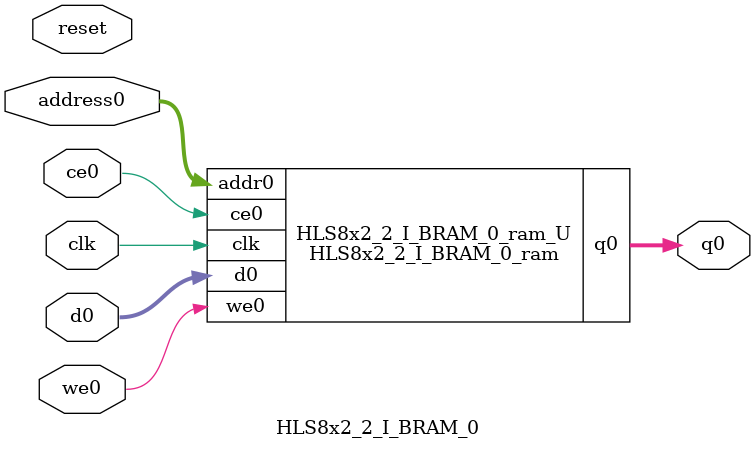
<source format=v>

`timescale 1 ns / 1 ps
module HLS8x2_2_I_BRAM_0_ram (addr0, ce0, d0, we0, q0,  clk);

parameter DWIDTH = 16;
parameter AWIDTH = 10;
parameter MEM_SIZE = 961;

input[AWIDTH-1:0] addr0;
input ce0;
input[DWIDTH-1:0] d0;
input we0;
output reg[DWIDTH-1:0] q0;
input clk;

(* ram_style = "block" *)reg [DWIDTH-1:0] ram[0:MEM_SIZE-1];




always @(posedge clk)  
begin 
    if (ce0) 
    begin
        if (we0) 
        begin 
            ram[addr0] <= d0; 
            q0 <= d0;
        end 
        else 
            q0 <= ram[addr0];
    end
end


endmodule


`timescale 1 ns / 1 ps
module HLS8x2_2_I_BRAM_0(
    reset,
    clk,
    address0,
    ce0,
    we0,
    d0,
    q0);

parameter DataWidth = 32'd16;
parameter AddressRange = 32'd961;
parameter AddressWidth = 32'd10;
input reset;
input clk;
input[AddressWidth - 1:0] address0;
input ce0;
input we0;
input[DataWidth - 1:0] d0;
output[DataWidth - 1:0] q0;



HLS8x2_2_I_BRAM_0_ram HLS8x2_2_I_BRAM_0_ram_U(
    .clk( clk ),
    .addr0( address0 ),
    .ce0( ce0 ),
    .d0( d0 ),
    .we0( we0 ),
    .q0( q0 ));

endmodule


</source>
